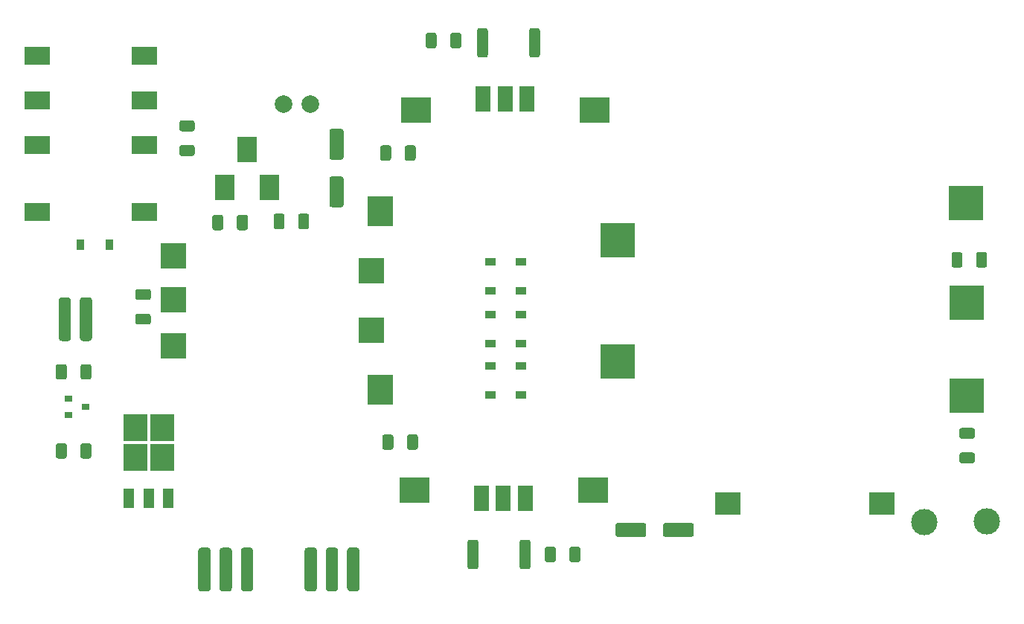
<source format=gtp>
G04 #@! TF.GenerationSoftware,KiCad,Pcbnew,5.1.12-unknown-nightly-202202221509*
G04 #@! TF.CreationDate,2022-06-26T13:04:49-04:00*
G04 #@! TF.ProjectId,70W-Amplifier,3730572d-416d-4706-9c69-666965722e6b,rev?*
G04 #@! TF.SameCoordinates,Original*
G04 #@! TF.FileFunction,Paste,Top*
G04 #@! TF.FilePolarity,Positive*
%FSLAX46Y46*%
G04 Gerber Fmt 4.6, Leading zero omitted, Abs format (unit mm)*
G04 Created by KiCad (PCBNEW 5.1.12-unknown-nightly-202202221509) date 2022-06-26 13:04:49*
%MOMM*%
%LPD*%
G01*
G04 APERTURE LIST*
%ADD10R,0.900000X1.200000*%
%ADD11R,1.200000X0.900000*%
%ADD12C,2.000000*%
%ADD13C,3.000000*%
%ADD14R,3.000000X2.500000*%
%ADD15R,3.000000X3.500000*%
%ADD16R,3.500000X3.000000*%
%ADD17R,3.000000X2.000000*%
%ADD18R,2.200000X3.000000*%
%ADD19R,1.750000X3.000000*%
%ADD20R,4.000000X4.000000*%
%ADD21R,0.900000X0.800000*%
%ADD22R,3.000000X3.000000*%
%ADD23R,2.750000X3.050000*%
%ADD24R,1.200000X2.200000*%
G04 APERTURE END LIST*
D10*
X107150000Y-75500000D03*
X103850000Y-75500000D03*
D11*
X150500000Y-92650000D03*
X150500000Y-89350000D03*
X154000000Y-89350000D03*
X154000000Y-92650000D03*
X150500000Y-86800000D03*
X150500000Y-83500000D03*
X154000000Y-83500000D03*
X154000000Y-86800000D03*
X150500000Y-80800000D03*
X150500000Y-77500000D03*
X154000000Y-77500000D03*
X154000000Y-80800000D03*
D12*
X130000000Y-59500000D03*
X127000000Y-59500000D03*
G36*
G01*
X205375000Y-97625000D02*
X204125000Y-97625000D01*
G75*
G02*
X203875000Y-97375000I0J250000D01*
G01*
X203875000Y-96625000D01*
G75*
G02*
X204125000Y-96375000I250000J0D01*
G01*
X205375000Y-96375000D01*
G75*
G02*
X205625000Y-96625000I0J-250000D01*
G01*
X205625000Y-97375000D01*
G75*
G02*
X205375000Y-97625000I-250000J0D01*
G01*
G37*
G36*
G01*
X205375000Y-100425000D02*
X204125000Y-100425000D01*
G75*
G02*
X203875000Y-100175000I0J250000D01*
G01*
X203875000Y-99425000D01*
G75*
G02*
X204125000Y-99175000I250000J0D01*
G01*
X205375000Y-99175000D01*
G75*
G02*
X205625000Y-99425000I0J-250000D01*
G01*
X205625000Y-100175000D01*
G75*
G02*
X205375000Y-100425000I-250000J0D01*
G01*
G37*
G36*
G01*
X133550000Y-65850000D02*
X132450000Y-65850000D01*
G75*
G02*
X132200000Y-65600000I0J250000D01*
G01*
X132200000Y-62600000D01*
G75*
G02*
X132450000Y-62350000I250000J0D01*
G01*
X133550000Y-62350000D01*
G75*
G02*
X133800000Y-62600000I0J-250000D01*
G01*
X133800000Y-65600000D01*
G75*
G02*
X133550000Y-65850000I-250000J0D01*
G01*
G37*
G36*
G01*
X133550000Y-71250000D02*
X132450000Y-71250000D01*
G75*
G02*
X132200000Y-71000000I0J250000D01*
G01*
X132200000Y-68000000D01*
G75*
G02*
X132450000Y-67750000I250000J0D01*
G01*
X133550000Y-67750000D01*
G75*
G02*
X133800000Y-68000000I0J-250000D01*
G01*
X133800000Y-71000000D01*
G75*
G02*
X133550000Y-71250000I-250000J0D01*
G01*
G37*
G36*
G01*
X102450000Y-86500000D02*
X101750000Y-86500000D01*
G75*
G02*
X101400000Y-86150000I0J350000D01*
G01*
X101400000Y-81850000D01*
G75*
G02*
X101750000Y-81500000I350000J0D01*
G01*
X102450000Y-81500000D01*
G75*
G02*
X102800000Y-81850000I0J-350000D01*
G01*
X102800000Y-86150000D01*
G75*
G02*
X102450000Y-86500000I-350000J0D01*
G01*
G37*
G36*
G01*
X104850000Y-86500000D02*
X104150000Y-86500000D01*
G75*
G02*
X103800000Y-86150000I0J350000D01*
G01*
X103800000Y-81850000D01*
G75*
G02*
X104150000Y-81500000I350000J0D01*
G01*
X104850000Y-81500000D01*
G75*
G02*
X105200000Y-81850000I0J-350000D01*
G01*
X105200000Y-86150000D01*
G75*
G02*
X104850000Y-86500000I-350000J0D01*
G01*
G37*
D13*
X199900000Y-107100000D03*
X207000000Y-107000000D03*
D14*
X177500000Y-105000000D03*
X195026000Y-105000000D03*
D15*
X138000000Y-71680000D03*
X138000000Y-92000000D03*
D16*
X141854000Y-103500000D03*
X162174000Y-103500000D03*
X142092000Y-60158000D03*
X162412000Y-60158000D03*
D17*
X99000000Y-64160000D03*
X99000000Y-59080000D03*
X99000000Y-54000000D03*
X111192000Y-54000000D03*
X111192000Y-59080000D03*
X111192000Y-64160000D03*
X99000000Y-71780000D03*
X111192000Y-71780000D03*
D18*
X122834000Y-64714000D03*
X125374000Y-69032000D03*
X120294000Y-69032000D03*
G36*
G01*
X149140000Y-109358999D02*
X149140000Y-112209001D01*
G75*
G02*
X148890001Y-112459000I-249999J0D01*
G01*
X148164999Y-112459000D01*
G75*
G02*
X147915000Y-112209001I0J249999D01*
G01*
X147915000Y-109358999D01*
G75*
G02*
X148164999Y-109109000I249999J0D01*
G01*
X148890001Y-109109000D01*
G75*
G02*
X149140000Y-109358999I0J-249999D01*
G01*
G37*
G36*
G01*
X155065000Y-109358999D02*
X155065000Y-112209001D01*
G75*
G02*
X154815001Y-112459000I-249999J0D01*
G01*
X154089999Y-112459000D01*
G75*
G02*
X153840000Y-112209001I0J249999D01*
G01*
X153840000Y-109358999D01*
G75*
G02*
X154089999Y-109109000I249999J0D01*
G01*
X154815001Y-109109000D01*
G75*
G02*
X155065000Y-109358999I0J-249999D01*
G01*
G37*
G36*
G01*
X154928500Y-53963001D02*
X154928500Y-51112999D01*
G75*
G02*
X155178499Y-50863000I249999J0D01*
G01*
X155903501Y-50863000D01*
G75*
G02*
X156153500Y-51112999I0J-249999D01*
G01*
X156153500Y-53963001D01*
G75*
G02*
X155903501Y-54213000I-249999J0D01*
G01*
X155178499Y-54213000D01*
G75*
G02*
X154928500Y-53963001I0J249999D01*
G01*
G37*
G36*
G01*
X149003500Y-53963001D02*
X149003500Y-51112999D01*
G75*
G02*
X149253499Y-50863000I249999J0D01*
G01*
X149978501Y-50863000D01*
G75*
G02*
X150228500Y-51112999I0J-249999D01*
G01*
X150228500Y-53963001D01*
G75*
G02*
X149978501Y-54213000I-249999J0D01*
G01*
X149253499Y-54213000D01*
G75*
G02*
X149003500Y-53963001I0J249999D01*
G01*
G37*
G36*
G01*
X157957000Y-110159000D02*
X157957000Y-111409000D01*
G75*
G02*
X157707000Y-111659000I-250000J0D01*
G01*
X156957000Y-111659000D01*
G75*
G02*
X156707000Y-111409000I0J250000D01*
G01*
X156707000Y-110159000D01*
G75*
G02*
X156957000Y-109909000I250000J0D01*
G01*
X157707000Y-109909000D01*
G75*
G02*
X157957000Y-110159000I0J-250000D01*
G01*
G37*
G36*
G01*
X160757000Y-110159000D02*
X160757000Y-111409000D01*
G75*
G02*
X160507000Y-111659000I-250000J0D01*
G01*
X159757000Y-111659000D01*
G75*
G02*
X159507000Y-111409000I0J250000D01*
G01*
X159507000Y-110159000D01*
G75*
G02*
X159757000Y-109909000I250000J0D01*
G01*
X160507000Y-109909000D01*
G75*
G02*
X160757000Y-110159000I0J-250000D01*
G01*
G37*
G36*
G01*
X145949000Y-52909000D02*
X145949000Y-51659000D01*
G75*
G02*
X146199000Y-51409000I250000J0D01*
G01*
X146949000Y-51409000D01*
G75*
G02*
X147199000Y-51659000I0J-250000D01*
G01*
X147199000Y-52909000D01*
G75*
G02*
X146949000Y-53159000I-250000J0D01*
G01*
X146199000Y-53159000D01*
G75*
G02*
X145949000Y-52909000I0J250000D01*
G01*
G37*
G36*
G01*
X143149000Y-52909000D02*
X143149000Y-51659000D01*
G75*
G02*
X143399000Y-51409000I250000J0D01*
G01*
X144149000Y-51409000D01*
G75*
G02*
X144399000Y-51659000I0J-250000D01*
G01*
X144399000Y-52909000D01*
G75*
G02*
X144149000Y-53159000I-250000J0D01*
G01*
X143399000Y-53159000D01*
G75*
G02*
X143149000Y-52909000I0J250000D01*
G01*
G37*
D19*
X154500000Y-104434000D03*
X151970160Y-104434000D03*
X149473340Y-104434000D03*
X149661200Y-58888000D03*
X152191040Y-58888000D03*
X154687860Y-58888000D03*
D20*
X165000000Y-75000000D03*
X165000000Y-88800000D03*
X204600000Y-70800000D03*
X204700000Y-82100000D03*
X204700000Y-92700000D03*
G36*
G01*
X117650000Y-110000000D02*
X118350000Y-110000000D01*
G75*
G02*
X118700000Y-110350000I0J-350000D01*
G01*
X118700000Y-114650000D01*
G75*
G02*
X118350000Y-115000000I-350000J0D01*
G01*
X117650000Y-115000000D01*
G75*
G02*
X117300000Y-114650000I0J350000D01*
G01*
X117300000Y-110350000D01*
G75*
G02*
X117650000Y-110000000I350000J0D01*
G01*
G37*
G36*
G01*
X122478540Y-110007620D02*
X123178540Y-110007620D01*
G75*
G02*
X123528540Y-110357620I0J-350000D01*
G01*
X123528540Y-114657620D01*
G75*
G02*
X123178540Y-115007620I-350000J0D01*
G01*
X122478540Y-115007620D01*
G75*
G02*
X122128540Y-114657620I0J350000D01*
G01*
X122128540Y-110357620D01*
G75*
G02*
X122478540Y-110007620I350000J0D01*
G01*
G37*
G36*
G01*
X117629680Y-110012700D02*
X118329680Y-110012700D01*
G75*
G02*
X118679680Y-110362700I0J-350000D01*
G01*
X118679680Y-114662700D01*
G75*
G02*
X118329680Y-115012700I-350000J0D01*
G01*
X117629680Y-115012700D01*
G75*
G02*
X117279680Y-114662700I0J350000D01*
G01*
X117279680Y-110362700D01*
G75*
G02*
X117629680Y-110012700I350000J0D01*
G01*
G37*
G36*
G01*
X122470920Y-109994920D02*
X123170920Y-109994920D01*
G75*
G02*
X123520920Y-110344920I0J-350000D01*
G01*
X123520920Y-114644920D01*
G75*
G02*
X123170920Y-114994920I-350000J0D01*
G01*
X122470920Y-114994920D01*
G75*
G02*
X122120920Y-114644920I0J350000D01*
G01*
X122120920Y-110344920D01*
G75*
G02*
X122470920Y-109994920I350000J0D01*
G01*
G37*
G36*
G01*
X120050300Y-110012700D02*
X120750300Y-110012700D01*
G75*
G02*
X121100300Y-110362700I0J-350000D01*
G01*
X121100300Y-114662700D01*
G75*
G02*
X120750300Y-115012700I-350000J0D01*
G01*
X120050300Y-115012700D01*
G75*
G02*
X119700300Y-114662700I0J350000D01*
G01*
X119700300Y-110362700D01*
G75*
G02*
X120050300Y-110012700I350000J0D01*
G01*
G37*
G36*
G01*
X129749700Y-109987300D02*
X130449700Y-109987300D01*
G75*
G02*
X130799700Y-110337300I0J-350000D01*
G01*
X130799700Y-114637300D01*
G75*
G02*
X130449700Y-114987300I-350000J0D01*
G01*
X129749700Y-114987300D01*
G75*
G02*
X129399700Y-114637300I0J350000D01*
G01*
X129399700Y-110337300D01*
G75*
G02*
X129749700Y-109987300I350000J0D01*
G01*
G37*
G36*
G01*
X134578240Y-109994920D02*
X135278240Y-109994920D01*
G75*
G02*
X135628240Y-110344920I0J-350000D01*
G01*
X135628240Y-114644920D01*
G75*
G02*
X135278240Y-114994920I-350000J0D01*
G01*
X134578240Y-114994920D01*
G75*
G02*
X134228240Y-114644920I0J350000D01*
G01*
X134228240Y-110344920D01*
G75*
G02*
X134578240Y-109994920I350000J0D01*
G01*
G37*
G36*
G01*
X129729380Y-110000000D02*
X130429380Y-110000000D01*
G75*
G02*
X130779380Y-110350000I0J-350000D01*
G01*
X130779380Y-114650000D01*
G75*
G02*
X130429380Y-115000000I-350000J0D01*
G01*
X129729380Y-115000000D01*
G75*
G02*
X129379380Y-114650000I0J350000D01*
G01*
X129379380Y-110350000D01*
G75*
G02*
X129729380Y-110000000I350000J0D01*
G01*
G37*
G36*
G01*
X134570620Y-109982220D02*
X135270620Y-109982220D01*
G75*
G02*
X135620620Y-110332220I0J-350000D01*
G01*
X135620620Y-114632220D01*
G75*
G02*
X135270620Y-114982220I-350000J0D01*
G01*
X134570620Y-114982220D01*
G75*
G02*
X134220620Y-114632220I0J350000D01*
G01*
X134220620Y-110332220D01*
G75*
G02*
X134570620Y-109982220I350000J0D01*
G01*
G37*
G36*
G01*
X132150000Y-110000000D02*
X132850000Y-110000000D01*
G75*
G02*
X133200000Y-110350000I0J-350000D01*
G01*
X133200000Y-114650000D01*
G75*
G02*
X132850000Y-115000000I-350000J0D01*
G01*
X132150000Y-115000000D01*
G75*
G02*
X131800000Y-114650000I0J350000D01*
G01*
X131800000Y-110350000D01*
G75*
G02*
X132150000Y-110000000I350000J0D01*
G01*
G37*
D21*
X104500000Y-94000000D03*
X102500000Y-94950000D03*
X102500000Y-93050000D03*
D22*
X136962000Y-85266000D03*
X136962000Y-78466000D03*
X114462000Y-81766000D03*
X114462000Y-87066000D03*
X114462000Y-76766000D03*
D23*
X113143000Y-99731000D03*
X110093000Y-96381000D03*
X110093000Y-99731000D03*
X113143000Y-96381000D03*
D24*
X113898000Y-104356000D03*
X111618000Y-104356000D03*
X109338000Y-104356000D03*
G36*
G01*
X128648000Y-73502000D02*
X128648000Y-72252000D01*
G75*
G02*
X128898000Y-72002000I250000J0D01*
G01*
X129648000Y-72002000D01*
G75*
G02*
X129898000Y-72252000I0J-250000D01*
G01*
X129898000Y-73502000D01*
G75*
G02*
X129648000Y-73752000I-250000J0D01*
G01*
X128898000Y-73752000D01*
G75*
G02*
X128648000Y-73502000I0J250000D01*
G01*
G37*
G36*
G01*
X125848000Y-73502000D02*
X125848000Y-72252000D01*
G75*
G02*
X126098000Y-72002000I250000J0D01*
G01*
X126848000Y-72002000D01*
G75*
G02*
X127098000Y-72252000I0J-250000D01*
G01*
X127098000Y-73502000D01*
G75*
G02*
X126848000Y-73752000I-250000J0D01*
G01*
X126098000Y-73752000D01*
G75*
G02*
X125848000Y-73502000I0J250000D01*
G01*
G37*
G36*
G01*
X111625000Y-81825000D02*
X110375000Y-81825000D01*
G75*
G02*
X110125000Y-81575000I0J250000D01*
G01*
X110125000Y-80825000D01*
G75*
G02*
X110375000Y-80575000I250000J0D01*
G01*
X111625000Y-80575000D01*
G75*
G02*
X111875000Y-80825000I0J-250000D01*
G01*
X111875000Y-81575000D01*
G75*
G02*
X111625000Y-81825000I-250000J0D01*
G01*
G37*
G36*
G01*
X111625000Y-84625000D02*
X110375000Y-84625000D01*
G75*
G02*
X110125000Y-84375000I0J250000D01*
G01*
X110125000Y-83625000D01*
G75*
G02*
X110375000Y-83375000I250000J0D01*
G01*
X111625000Y-83375000D01*
G75*
G02*
X111875000Y-83625000I0J-250000D01*
G01*
X111875000Y-84375000D01*
G75*
G02*
X111625000Y-84625000I-250000J0D01*
G01*
G37*
G36*
G01*
X103875000Y-90625000D02*
X103875000Y-89375000D01*
G75*
G02*
X104125000Y-89125000I250000J0D01*
G01*
X104875000Y-89125000D01*
G75*
G02*
X105125000Y-89375000I0J-250000D01*
G01*
X105125000Y-90625000D01*
G75*
G02*
X104875000Y-90875000I-250000J0D01*
G01*
X104125000Y-90875000D01*
G75*
G02*
X103875000Y-90625000I0J250000D01*
G01*
G37*
G36*
G01*
X101075000Y-90625000D02*
X101075000Y-89375000D01*
G75*
G02*
X101325000Y-89125000I250000J0D01*
G01*
X102075000Y-89125000D01*
G75*
G02*
X102325000Y-89375000I0J-250000D01*
G01*
X102325000Y-90625000D01*
G75*
G02*
X102075000Y-90875000I-250000J0D01*
G01*
X101325000Y-90875000D01*
G75*
G02*
X101075000Y-90625000I0J250000D01*
G01*
G37*
G36*
G01*
X103875000Y-99625000D02*
X103875000Y-98375000D01*
G75*
G02*
X104125000Y-98125000I250000J0D01*
G01*
X104875000Y-98125000D01*
G75*
G02*
X105125000Y-98375000I0J-250000D01*
G01*
X105125000Y-99625000D01*
G75*
G02*
X104875000Y-99875000I-250000J0D01*
G01*
X104125000Y-99875000D01*
G75*
G02*
X103875000Y-99625000I0J250000D01*
G01*
G37*
G36*
G01*
X101075000Y-99625000D02*
X101075000Y-98375000D01*
G75*
G02*
X101325000Y-98125000I250000J0D01*
G01*
X102075000Y-98125000D01*
G75*
G02*
X102325000Y-98375000I0J-250000D01*
G01*
X102325000Y-99625000D01*
G75*
G02*
X102075000Y-99875000I-250000J0D01*
G01*
X101325000Y-99875000D01*
G75*
G02*
X101075000Y-99625000I0J250000D01*
G01*
G37*
G36*
G01*
X168250000Y-107450000D02*
X168250000Y-108550000D01*
G75*
G02*
X168000000Y-108800000I-250000J0D01*
G01*
X165000000Y-108800000D01*
G75*
G02*
X164750000Y-108550000I0J250000D01*
G01*
X164750000Y-107450000D01*
G75*
G02*
X165000000Y-107200000I250000J0D01*
G01*
X168000000Y-107200000D01*
G75*
G02*
X168250000Y-107450000I0J-250000D01*
G01*
G37*
G36*
G01*
X173650000Y-107450000D02*
X173650000Y-108550000D01*
G75*
G02*
X173400000Y-108800000I-250000J0D01*
G01*
X170400000Y-108800000D01*
G75*
G02*
X170150000Y-108550000I0J250000D01*
G01*
X170150000Y-107450000D01*
G75*
G02*
X170400000Y-107200000I250000J0D01*
G01*
X173400000Y-107200000D01*
G75*
G02*
X173650000Y-107450000I0J-250000D01*
G01*
G37*
G36*
G01*
X141025000Y-98625000D02*
X141025000Y-97375000D01*
G75*
G02*
X141275000Y-97125000I250000J0D01*
G01*
X142025000Y-97125000D01*
G75*
G02*
X142275000Y-97375000I0J-250000D01*
G01*
X142275000Y-98625000D01*
G75*
G02*
X142025000Y-98875000I-250000J0D01*
G01*
X141275000Y-98875000D01*
G75*
G02*
X141025000Y-98625000I0J250000D01*
G01*
G37*
G36*
G01*
X138225000Y-98625000D02*
X138225000Y-97375000D01*
G75*
G02*
X138475000Y-97125000I250000J0D01*
G01*
X139225000Y-97125000D01*
G75*
G02*
X139475000Y-97375000I0J-250000D01*
G01*
X139475000Y-98625000D01*
G75*
G02*
X139225000Y-98875000I-250000J0D01*
G01*
X138475000Y-98875000D01*
G75*
G02*
X138225000Y-98625000I0J250000D01*
G01*
G37*
G36*
G01*
X139221000Y-64467000D02*
X139221000Y-65717000D01*
G75*
G02*
X138971000Y-65967000I-250000J0D01*
G01*
X138221000Y-65967000D01*
G75*
G02*
X137971000Y-65717000I0J250000D01*
G01*
X137971000Y-64467000D01*
G75*
G02*
X138221000Y-64217000I250000J0D01*
G01*
X138971000Y-64217000D01*
G75*
G02*
X139221000Y-64467000I0J-250000D01*
G01*
G37*
G36*
G01*
X142021000Y-64467000D02*
X142021000Y-65717000D01*
G75*
G02*
X141771000Y-65967000I-250000J0D01*
G01*
X141021000Y-65967000D01*
G75*
G02*
X140771000Y-65717000I0J250000D01*
G01*
X140771000Y-64467000D01*
G75*
G02*
X141021000Y-64217000I250000J0D01*
G01*
X141771000Y-64217000D01*
G75*
G02*
X142021000Y-64467000I0J-250000D01*
G01*
G37*
G36*
G01*
X116625000Y-62625000D02*
X115375000Y-62625000D01*
G75*
G02*
X115125000Y-62375000I0J250000D01*
G01*
X115125000Y-61625000D01*
G75*
G02*
X115375000Y-61375000I250000J0D01*
G01*
X116625000Y-61375000D01*
G75*
G02*
X116875000Y-61625000I0J-250000D01*
G01*
X116875000Y-62375000D01*
G75*
G02*
X116625000Y-62625000I-250000J0D01*
G01*
G37*
G36*
G01*
X116625000Y-65425000D02*
X115375000Y-65425000D01*
G75*
G02*
X115125000Y-65175000I0J250000D01*
G01*
X115125000Y-64425000D01*
G75*
G02*
X115375000Y-64175000I250000J0D01*
G01*
X116625000Y-64175000D01*
G75*
G02*
X116875000Y-64425000I0J-250000D01*
G01*
X116875000Y-65175000D01*
G75*
G02*
X116625000Y-65425000I-250000J0D01*
G01*
G37*
G36*
G01*
X121675000Y-73625000D02*
X121675000Y-72375000D01*
G75*
G02*
X121925000Y-72125000I250000J0D01*
G01*
X122675000Y-72125000D01*
G75*
G02*
X122925000Y-72375000I0J-250000D01*
G01*
X122925000Y-73625000D01*
G75*
G02*
X122675000Y-73875000I-250000J0D01*
G01*
X121925000Y-73875000D01*
G75*
G02*
X121675000Y-73625000I0J250000D01*
G01*
G37*
G36*
G01*
X118875000Y-73625000D02*
X118875000Y-72375000D01*
G75*
G02*
X119125000Y-72125000I250000J0D01*
G01*
X119875000Y-72125000D01*
G75*
G02*
X120125000Y-72375000I0J-250000D01*
G01*
X120125000Y-73625000D01*
G75*
G02*
X119875000Y-73875000I-250000J0D01*
G01*
X119125000Y-73875000D01*
G75*
G02*
X118875000Y-73625000I0J250000D01*
G01*
G37*
G36*
G01*
X205775000Y-77875000D02*
X205775000Y-76625000D01*
G75*
G02*
X206025000Y-76375000I250000J0D01*
G01*
X206775000Y-76375000D01*
G75*
G02*
X207025000Y-76625000I0J-250000D01*
G01*
X207025000Y-77875000D01*
G75*
G02*
X206775000Y-78125000I-250000J0D01*
G01*
X206025000Y-78125000D01*
G75*
G02*
X205775000Y-77875000I0J250000D01*
G01*
G37*
G36*
G01*
X202975000Y-77875000D02*
X202975000Y-76625000D01*
G75*
G02*
X203225000Y-76375000I250000J0D01*
G01*
X203975000Y-76375000D01*
G75*
G02*
X204225000Y-76625000I0J-250000D01*
G01*
X204225000Y-77875000D01*
G75*
G02*
X203975000Y-78125000I-250000J0D01*
G01*
X203225000Y-78125000D01*
G75*
G02*
X202975000Y-77875000I0J250000D01*
G01*
G37*
M02*

</source>
